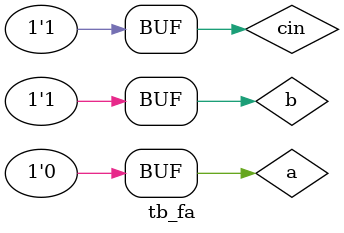
<source format=sv>
module tb_fa;
  reg a,b,cin;
  wire sum,cout;
  fa fa0(.a(a),.b(b),.cin(cin),.s(sum),.cout(cout));
  initial begin
    $dumpfile("test_fa.vcd");
    $dumpvars(1,tb_fa);
    {a,b,cin}=3'b011;
  end
endmodule

</source>
